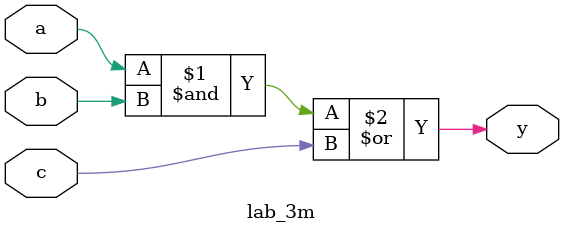
<source format=sv>
`timescale 1ns / 1ps


module lab_3m(output y,
              input a,b,c
              );
      assign y = a&b|c;
endmodule

</source>
